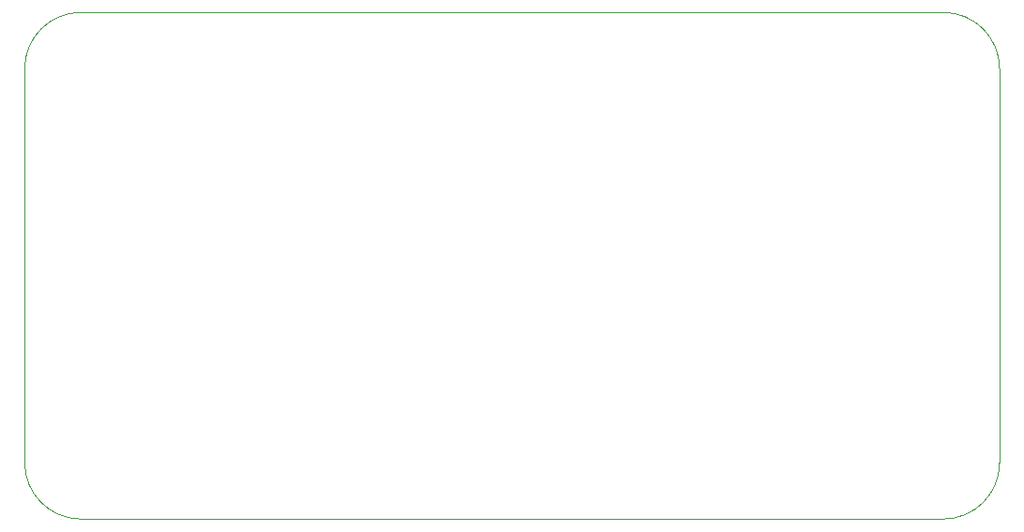
<source format=gbr>
%TF.GenerationSoftware,KiCad,Pcbnew,(5.1.6)-1*%
%TF.CreationDate,2021-03-10T22:21:54+01:00*%
%TF.ProjectId,555_Dice,3535355f-4469-4636-952e-6b696361645f,rev?*%
%TF.SameCoordinates,Original*%
%TF.FileFunction,Profile,NP*%
%FSLAX46Y46*%
G04 Gerber Fmt 4.6, Leading zero omitted, Abs format (unit mm)*
G04 Created by KiCad (PCBNEW (5.1.6)-1) date 2021-03-10 22:21:54*
%MOMM*%
%LPD*%
G01*
G04 APERTURE LIST*
%TA.AperFunction,Profile*%
%ADD10C,0.050000*%
%TD*%
G04 APERTURE END LIST*
D10*
X73722500Y-47220000D02*
G75*
G02*
X78802500Y-42140000I5080000J0D01*
G01*
X78802500Y-87860000D02*
G75*
G02*
X73722500Y-82780000I0J5080000D01*
G01*
X78802500Y-42140000D02*
X156590000Y-42140000D01*
X73722500Y-82780000D02*
X73722500Y-47220000D01*
X156590000Y-87860000D02*
X78802500Y-87860000D01*
X161670000Y-47220000D02*
X161670000Y-82780000D01*
X156590000Y-42140000D02*
G75*
G02*
X161670000Y-47220000I0J-5080000D01*
G01*
X161670000Y-82780000D02*
G75*
G02*
X156590000Y-87860000I-5080000J0D01*
G01*
M02*

</source>
